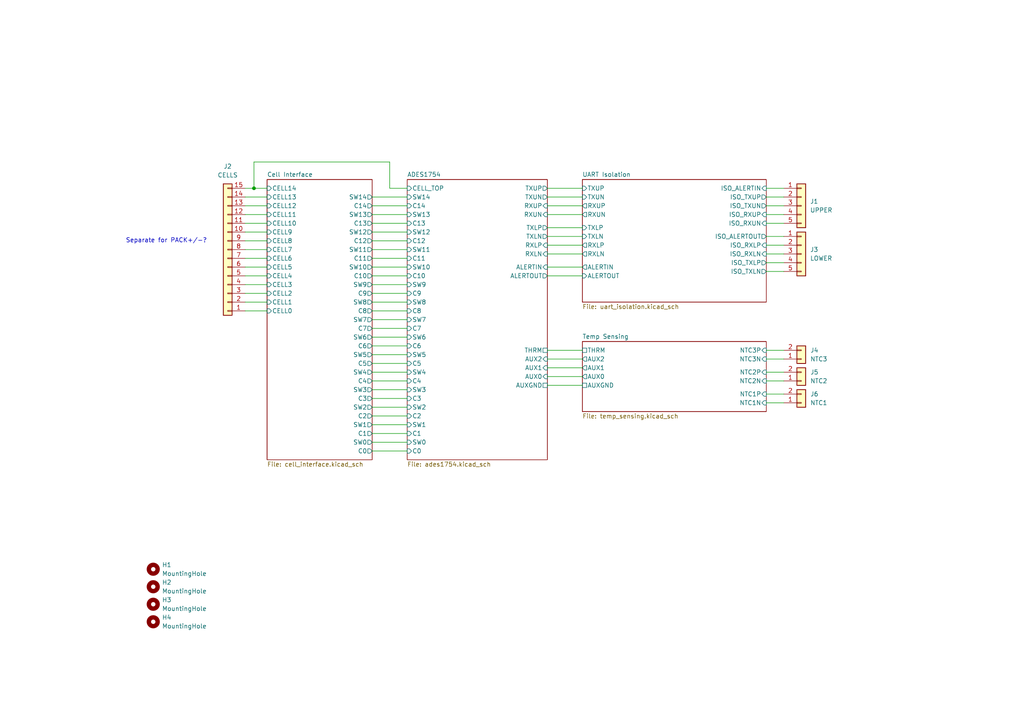
<source format=kicad_sch>
(kicad_sch (version 20231120) (generator "eeschema") (generator_version "8.0")
  (paper "A4")
  (lib_symbols
    (symbol "Connector_Generic:Conn_01x02" (pin_names (offset 1.016) hide)
      (property "Reference" "J" (at 0 2.54 0))
      (property "Value" "Conn_01x02" (at 0 -5.08 0))
      (symbol "Conn_01x02_1_1"
        (rectangle (start -1.27 -2.413) (end 0 -2.667) (stroke (width 0.1524)))
        (rectangle (start -1.27 0.127) (end 0 -0.127) (stroke (width 0.1524)))
        (rectangle (start -1.27 1.27) (end 1.27 -3.81) (stroke (width 0.254)) (fill (type background)))
        (pin passive line (at -5.08 0 0) (length 3.81) (name "Pin_1") (number "1"))
        (pin passive line (at -5.08 -2.54 0) (length 3.81) (name "Pin_2") (number "2"))
      )
    )
    (symbol "Connector_Generic:Conn_01x05" (pin_names (offset 1.016) hide)
      (property "Reference" "J" (at 0 7.62 0))
      (property "Value" "Conn_01x05" (at 0 -7.62 0))
      (symbol "Conn_01x05_1_1"
        (rectangle (start -1.27 -4.953) (end 0 -5.207) (stroke (width 0.1524)))
        (rectangle (start -1.27 -2.413) (end 0 -2.667) (stroke (width 0.1524)))
        (rectangle (start -1.27 0.127) (end 0 -0.127) (stroke (width 0.1524)))
        (rectangle (start -1.27 2.667) (end 0 2.413) (stroke (width 0.1524)))
        (rectangle (start -1.27 5.207) (end 0 4.953) (stroke (width 0.1524)))
        (rectangle (start -1.27 6.35) (end 1.27 -6.35) (stroke (width 0.254)) (fill (type background)))
        (pin passive line (at -5.08 5.08 0) (length 3.81) (name "Pin_1") (number "1"))
        (pin passive line (at -5.08 2.54 0) (length 3.81) (name "Pin_2") (number "2"))
        (pin passive line (at -5.08 0 0) (length 3.81) (name "Pin_3") (number "3"))
        (pin passive line (at -5.08 -2.54 0) (length 3.81) (name "Pin_4") (number "4"))
        (pin passive line (at -5.08 -5.08 0) (length 3.81) (name "Pin_5") (number "5"))
      )
    )
    (symbol "Connector_Generic:Conn_01x15" (pin_names (offset 1.016) hide)
      (property "Reference" "J" (at 0 20.32 0))
      (property "Value" "Conn_01x15" (at 0 -20.32 0))
      (symbol "Conn_01x15_1_1"
        (rectangle (start -1.27 -17.653) (end 0 -17.907) (stroke (width 0.1524)))
        (rectangle (start -1.27 -15.113) (end 0 -15.367) (stroke (width 0.1524)))
        (rectangle (start -1.27 -12.573) (end 0 -12.827) (stroke (width 0.1524)))
        (rectangle (start -1.27 -10.033) (end 0 -10.287) (stroke (width 0.1524)))
        (rectangle (start -1.27 -7.493) (end 0 -7.747) (stroke (width 0.1524)))
        (rectangle (start -1.27 -4.953) (end 0 -5.207) (stroke (width 0.1524)))
        (rectangle (start -1.27 -2.413) (end 0 -2.667) (stroke (width 0.1524)))
        (rectangle (start -1.27 0.127) (end 0 -0.127) (stroke (width 0.1524)))
        (rectangle (start -1.27 2.667) (end 0 2.413) (stroke (width 0.1524)))
        (rectangle (start -1.27 5.207) (end 0 4.953) (stroke (width 0.1524)))
        (rectangle (start -1.27 7.747) (end 0 7.493) (stroke (width 0.1524)))
        (rectangle (start -1.27 10.287) (end 0 10.033) (stroke (width 0.1524)))
        (rectangle (start -1.27 12.827) (end 0 12.573) (stroke (width 0.1524)))
        (rectangle (start -1.27 15.367) (end 0 15.113) (stroke (width 0.1524)))
        (rectangle (start -1.27 17.907) (end 0 17.653) (stroke (width 0.1524)))
        (rectangle (start -1.27 19.05) (end 1.27 -19.05) (stroke (width 0.254)) (fill (type background)))
        (pin passive line (at -5.08 17.78 0) (length 3.81) (name "Pin_1") (number "1"))
        (pin passive line (at -5.08 -5.08 0) (length 3.81) (name "Pin_10") (number "10"))
        (pin passive line (at -5.08 -7.62 0) (length 3.81) (name "Pin_11") (number "11"))
        (pin passive line (at -5.08 -10.16 0) (length 3.81) (name "Pin_12") (number "12"))
        (pin passive line (at -5.08 -12.7 0) (length 3.81) (name "Pin_13") (number "13"))
        (pin passive line (at -5.08 -15.24 0) (length 3.81) (name "Pin_14") (number "14"))
        (pin passive line (at -5.08 -17.78 0) (length 3.81) (name "Pin_15") (number "15"))
        (pin passive line (at -5.08 15.24 0) (length 3.81) (name "Pin_2") (number "2"))
        (pin passive line (at -5.08 12.7 0) (length 3.81) (name "Pin_3") (number "3"))
        (pin passive line (at -5.08 10.16 0) (length 3.81) (name "Pin_4") (number "4"))
        (pin passive line (at -5.08 7.62 0) (length 3.81) (name "Pin_5") (number "5"))
        (pin passive line (at -5.08 5.08 0) (length 3.81) (name "Pin_6") (number "6"))
        (pin passive line (at -5.08 2.54 0) (length 3.81) (name "Pin_7") (number "7"))
        (pin passive line (at -5.08 0 0) (length 3.81) (name "Pin_8") (number "8"))
        (pin passive line (at -5.08 -2.54 0) (length 3.81) (name "Pin_9") (number "9"))
      )
    )
    (symbol "Mechanical:MountingHole" (pin_names (offset 1.016)) (exclude_from_sim yes) (in_bom no)
      (property "Reference" "H" (at 0 5.08 0))
      (property "Value" "MountingHole" (at 0 3.175 0))
      (symbol "MountingHole_0_1"
        (circle (center 0 0) (radius 1.27) (stroke (width 1.27)))
      )
    )
  )
  (junction (at 73.66 54.61))
  (wire (pts (xy 158.75 111.76) (xy 168.91 111.76)))
  (wire (pts (xy 107.95 97.79) (xy 118.11 97.79)))
  (wire (pts (xy 107.95 110.49) (xy 118.11 110.49)))
  (wire (pts (xy 158.75 109.22) (xy 168.91 109.22)))
  (wire (pts (xy 107.95 125.73) (xy 118.11 125.73)))
  (wire (pts (xy 71.12 85.09) (xy 77.47 85.09)))
  (wire (pts (xy 158.75 71.12) (xy 168.91 71.12)))
  (wire (pts (xy 107.95 69.85) (xy 118.11 69.85)))
  (wire (pts (xy 71.12 57.15) (xy 77.47 57.15)))
  (wire (pts (xy 107.95 59.69) (xy 118.11 59.69)))
  (wire (pts (xy 158.75 106.68) (xy 168.91 106.68)))
  (wire (pts (xy 107.95 100.33) (xy 118.11 100.33)))
  (wire (pts (xy 113.03 46.99) (xy 73.66 46.99)))
  (wire (pts (xy 107.95 90.17) (xy 118.11 90.17)))
  (wire (pts (xy 71.12 59.69) (xy 77.47 59.69)))
  (wire (pts (xy 107.95 102.87) (xy 118.11 102.87)))
  (wire (pts (xy 222.25 64.77) (xy 227.33 64.77)))
  (wire (pts (xy 71.12 77.47) (xy 77.47 77.47)))
  (wire (pts (xy 71.12 69.85) (xy 77.47 69.85)))
  (wire (pts (xy 158.75 101.6) (xy 168.91 101.6)))
  (wire (pts (xy 71.12 72.39) (xy 77.47 72.39)))
  (wire (pts (xy 107.95 107.95) (xy 118.11 107.95)))
  (wire (pts (xy 107.95 130.81) (xy 118.11 130.81)))
  (wire (pts (xy 107.95 120.65) (xy 118.11 120.65)))
  (wire (pts (xy 158.75 66.04) (xy 168.91 66.04)))
  (wire (pts (xy 71.12 67.31) (xy 77.47 67.31)))
  (wire (pts (xy 107.95 92.71) (xy 118.11 92.71)))
  (wire (pts (xy 107.95 95.25) (xy 118.11 95.25)))
  (wire (pts (xy 107.95 118.11) (xy 118.11 118.11)))
  (wire (pts (xy 222.25 107.95) (xy 227.33 107.95)))
  (wire (pts (xy 107.95 64.77) (xy 118.11 64.77)))
  (wire (pts (xy 107.95 87.63) (xy 118.11 87.63)))
  (wire (pts (xy 158.75 104.14) (xy 168.91 104.14)))
  (wire (pts (xy 222.25 62.23) (xy 227.33 62.23)))
  (wire (pts (xy 113.03 54.61) (xy 113.03 46.99)))
  (wire (pts (xy 71.12 80.01) (xy 77.47 80.01)))
  (wire (pts (xy 71.12 82.55) (xy 77.47 82.55)))
  (wire (pts (xy 71.12 90.17) (xy 77.47 90.17)))
  (wire (pts (xy 222.25 57.15) (xy 227.33 57.15)))
  (wire (pts (xy 71.12 62.23) (xy 77.47 62.23)))
  (wire (pts (xy 222.25 114.3) (xy 227.33 114.3)))
  (wire (pts (xy 107.95 57.15) (xy 118.11 57.15)))
  (wire (pts (xy 222.25 110.49) (xy 227.33 110.49)))
  (wire (pts (xy 71.12 87.63) (xy 77.47 87.63)))
  (wire (pts (xy 222.25 104.14) (xy 227.33 104.14)))
  (wire (pts (xy 222.25 116.84) (xy 227.33 116.84)))
  (wire (pts (xy 107.95 82.55) (xy 118.11 82.55)))
  (wire (pts (xy 107.95 123.19) (xy 118.11 123.19)))
  (wire (pts (xy 107.95 72.39) (xy 118.11 72.39)))
  (wire (pts (xy 158.75 68.58) (xy 168.91 68.58)))
  (wire (pts (xy 107.95 115.57) (xy 118.11 115.57)))
  (wire (pts (xy 107.95 105.41) (xy 118.11 105.41)))
  (wire (pts (xy 158.75 80.01) (xy 168.91 80.01)))
  (wire (pts (xy 107.95 74.93) (xy 118.11 74.93)))
  (wire (pts (xy 222.25 76.2) (xy 227.33 76.2)))
  (wire (pts (xy 222.25 54.61) (xy 227.33 54.61)))
  (wire (pts (xy 107.95 113.03) (xy 118.11 113.03)))
  (wire (pts (xy 118.11 54.61) (xy 113.03 54.61)))
  (wire (pts (xy 158.75 77.47) (xy 168.91 77.47)))
  (wire (pts (xy 107.95 62.23) (xy 118.11 62.23)))
  (wire (pts (xy 158.75 59.69) (xy 168.91 59.69)))
  (wire (pts (xy 158.75 54.61) (xy 168.91 54.61)))
  (wire (pts (xy 222.25 59.69) (xy 227.33 59.69)))
  (wire (pts (xy 158.75 62.23) (xy 168.91 62.23)))
  (wire (pts (xy 222.25 73.66) (xy 227.33 73.66)))
  (wire (pts (xy 158.75 57.15) (xy 168.91 57.15)))
  (wire (pts (xy 222.25 101.6) (xy 227.33 101.6)))
  (wire (pts (xy 71.12 74.93) (xy 77.47 74.93)))
  (wire (pts (xy 107.95 80.01) (xy 118.11 80.01)))
  (wire (pts (xy 158.75 73.66) (xy 168.91 73.66)))
  (wire (pts (xy 222.25 68.58) (xy 227.33 68.58)))
  (wire (pts (xy 107.95 128.27) (xy 118.11 128.27)))
  (wire (pts (xy 222.25 78.74) (xy 227.33 78.74)))
  (wire (pts (xy 222.25 71.12) (xy 227.33 71.12)))
  (wire (pts (xy 71.12 54.61) (xy 73.66 54.61)))
  (wire (pts (xy 71.12 64.77) (xy 77.47 64.77)))
  (wire (pts (xy 107.95 67.31) (xy 118.11 67.31)))
  (wire (pts (xy 73.66 46.99) (xy 73.66 54.61)))
  (wire (pts (xy 107.95 85.09) (xy 118.11 85.09)))
  (wire (pts (xy 107.95 77.47) (xy 118.11 77.47)))
  (wire (pts (xy 73.66 54.61) (xy 77.47 54.61)))
  (text "Separate for PACK+/-?" (at 48.26 69.85 0) (effects (font (size 1.27 1.27))))
  (symbol (lib_id "Connector_Generic:Conn_01x05") (at 232.41 59.69 0) (unit 1)
    (property "Reference" "J1" (at 234.95 58.4199 0) (effects (justify left)))
    (property "Value" "UPPER" (at 234.95 60.9599 0) (effects (justify left)))
    (property "Footprint" "Connector_PinHeader_2.54mm:PinHeader_1x05_P2.54mm_Vertical" (effects (hide yes)))
    (property "Description" "Generic connector, single row, 01x05, script generated (kicad-library-utils/schlib/autogen/connector/)" (effects (hide yes)))
  )
  (symbol (lib_id "Connector_Generic:Conn_01x02") (at 232.41 110.49 0) (mirror x) (unit 1)
    (property "Reference" "J5" (at 236.22 107.95 0))
    (property "Value" "NTC2" (at 237.49 110.49 0))
    (property "Footprint" "Connector_PinHeader_2.54mm:PinHeader_1x02_P2.54mm_Vertical" (effects (hide yes)))
    (property "Description" "Generic connector, single row, 01x02, script generated (kicad-library-utils/schlib/autogen/connector/)" (effects (hide yes)))
  )
  (symbol (lib_id "Mechanical:MountingHole") (at 44.45 180.34 0) (unit 1) (exclude_from_sim yes) (in_bom no)
    (property "Reference" "H4" (at 46.99 179.0699 0) (effects (justify left)))
    (property "Value" "MountingHole" (at 46.99 181.6099 0) (effects (justify left)))
    (property "Footprint" "MountingHole:MountingHole_4.3mm_M4" (effects (hide yes)))
    (property "Description" "Mounting Hole without connection" (effects (hide yes)))
  )
  (symbol (lib_id "Mechanical:MountingHole") (at 44.45 175.26 0) (unit 1) (exclude_from_sim yes) (in_bom no)
    (property "Reference" "H3" (at 46.99 173.9899 0) (effects (justify left)))
    (property "Value" "MountingHole" (at 46.99 176.5299 0) (effects (justify left)))
    (property "Footprint" "MountingHole:MountingHole_4.3mm_M4" (effects (hide yes)))
    (property "Description" "Mounting Hole without connection" (effects (hide yes)))
  )
  (symbol (lib_id "Connector_Generic:Conn_01x15") (at 66.04 72.39 180) (unit 1)
    (property "Reference" "J2" (at 66.04 48.26 0))
    (property "Value" "CELLS" (at 66.04 50.8 0))
    (property "Footprint" "Connector_PinHeader_2.54mm:PinHeader_1x15_P2.54mm_Vertical" (effects (hide yes)))
    (property "Description" "Generic connector, single row, 01x15, script generated (kicad-library-utils/schlib/autogen/connector/)" (effects (hide yes)))
  )
  (symbol (lib_id "Connector_Generic:Conn_01x02") (at 232.41 104.14 0) (mirror x) (unit 1)
    (property "Reference" "J4" (at 236.22 101.6 0))
    (property "Value" "NTC3" (at 237.49 104.14 0))
    (property "Footprint" "Connector_PinHeader_2.54mm:PinHeader_1x02_P2.54mm_Vertical" (effects (hide yes)))
    (property "Description" "Generic connector, single row, 01x02, script generated (kicad-library-utils/schlib/autogen/connector/)" (effects (hide yes)))
  )
  (symbol (lib_id "Mechanical:MountingHole") (at 44.45 170.18 0) (unit 1) (exclude_from_sim yes) (in_bom no)
    (property "Reference" "H2" (at 46.99 168.9099 0) (effects (justify left)))
    (property "Value" "MountingHole" (at 46.99 171.4499 0) (effects (justify left)))
    (property "Footprint" "MountingHole:MountingHole_4.3mm_M4" (effects (hide yes)))
    (property "Description" "Mounting Hole without connection" (effects (hide yes)))
  )
  (symbol (lib_id "Mechanical:MountingHole") (at 44.45 165.1 0) (unit 1) (exclude_from_sim yes) (in_bom no)
    (property "Reference" "H1" (at 46.99 163.8299 0) (effects (justify left)))
    (property "Value" "MountingHole" (at 46.99 166.3699 0) (effects (justify left)))
    (property "Footprint" "MountingHole:MountingHole_4.3mm_M4" (effects (hide yes)))
    (property "Description" "Mounting Hole without connection" (effects (hide yes)))
  )
  (symbol (lib_id "Connector_Generic:Conn_01x05") (at 232.41 73.66 0) (unit 1)
    (property "Reference" "J3" (at 234.95 72.3899 0) (effects (justify left)))
    (property "Value" "LOWER" (at 234.95 74.9299 0) (effects (justify left)))
    (property "Footprint" "Connector_PinHeader_2.54mm:PinHeader_1x05_P2.54mm_Vertical" (effects (hide yes)))
    (property "Description" "Generic connector, single row, 01x05, script generated (kicad-library-utils/schlib/autogen/connector/)" (effects (hide yes)))
  )
  (symbol (lib_id "Connector_Generic:Conn_01x02") (at 232.41 116.84 0) (mirror x) (unit 1)
    (property "Reference" "J6" (at 236.22 114.3 0))
    (property "Value" "NTC1" (at 237.49 116.84 0))
    (property "Footprint" "Connector_PinHeader_2.54mm:PinHeader_1x02_P2.54mm_Vertical" (effects (hide yes)))
    (property "Description" "Generic connector, single row, 01x02, script generated (kicad-library-utils/schlib/autogen/connector/)" (effects (hide yes)))
  )
  (sheet (at 168.91 99.06) (size 53.34 20.32) (stroke (width 0.1524))
    (property "Sheetname" "Temp Sensing" (at 168.91 98.3484 0) (effects (justify left bottom)))
    (property "Sheetfile" "temp_sensing.kicad_sch" (at 168.91 119.9646 0) (effects (justify left top)))
    (pin "THRM" passive (at 168.91 101.6 180))
    (pin "AUXGND" passive (at 168.91 111.76 180))
    (pin "AUX0" output (at 168.91 109.22 180))
    (pin "AUX1" output (at 168.91 106.68 180))
    (pin "AUX2" output (at 168.91 104.14 180))
    (pin "NTC1P" input (at 222.25 114.3 0))
    (pin "NTC1N" input (at 222.25 116.84 0))
    (pin "NTC2P" input (at 222.25 107.95 0))
    (pin "NTC2N" input (at 222.25 110.49 0))
    (pin "NTC3P" input (at 222.25 101.6 0))
    (pin "NTC3N" input (at 222.25 104.14 0))
  )
  (sheet (at 168.91 52.07) (size 53.34 35.56) (stroke (width 0.1524))
    (property "Sheetname" "UART Isolation" (at 168.91 51.3584 0) (effects (justify left bottom)))
    (property "Sheetfile" "uart_isolation.kicad_sch" (at 168.91 88.2146 0) (effects (justify left top)))
    (pin "TXLP" input (at 168.91 66.04 180))
    (pin "TXLN" input (at 168.91 68.58 180))
    (pin "RXUN" output (at 168.91 62.23 180))
    (pin "RXLN" output (at 168.91 73.66 180))
    (pin "RXLP" output (at 168.91 71.12 180))
    (pin "TXUN" input (at 168.91 57.15 180))
    (pin "RXUP" output (at 168.91 59.69 180))
    (pin "TXUP" input (at 168.91 54.61 180))
    (pin "ISO_TXUP" output (at 222.25 57.15 0))
    (pin "ISO_TXUN" output (at 222.25 59.69 0))
    (pin "ISO_TXLP" output (at 222.25 76.2 0))
    (pin "ISO_TXLN" output (at 222.25 78.74 0))
    (pin "ISO_RXUP" input (at 222.25 62.23 0))
    (pin "ISO_RXUN" input (at 222.25 64.77 0))
    (pin "ISO_RXLP" input (at 222.25 71.12 0))
    (pin "ISO_RXLN" input (at 222.25 73.66 0))
    (pin "ALERTIN" output (at 168.91 77.47 180))
    (pin "ALERTOUT" input (at 168.91 80.01 180))
    (pin "ISO_ALERTIN" input (at 222.25 54.61 0))
    (pin "ISO_ALERTOUT" output (at 222.25 68.58 0))
  )
  (sheet (at 77.47 52.07) (size 30.48 81.28) (stroke (width 0.1524))
    (property "Sheetname" "Cell Interface" (at 77.47 51.3584 0) (effects (justify left bottom)))
    (property "Sheetfile" "cell_interface.kicad_sch" (at 77.47 133.9346 0) (effects (justify left top)))
    (pin "C0" output (at 107.95 130.81 0))
    (pin "C1" output (at 107.95 125.73 0))
    (pin "SW1" output (at 107.95 123.19 0))
    (pin "C2" output (at 107.95 120.65 0))
    (pin "SW0" output (at 107.95 128.27 0))
    (pin "SW2" output (at 107.95 118.11 0))
    (pin "C3" output (at 107.95 115.57 0))
    (pin "SW3" output (at 107.95 113.03 0))
    (pin "C4" output (at 107.95 110.49 0))
    (pin "SW4" output (at 107.95 107.95 0))
    (pin "C5" output (at 107.95 105.41 0))
    (pin "SW5" output (at 107.95 102.87 0))
    (pin "C6" output (at 107.95 100.33 0))
    (pin "SW6" output (at 107.95 97.79 0))
    (pin "C7" output (at 107.95 95.25 0))
    (pin "SW7" output (at 107.95 92.71 0))
    (pin "C8" output (at 107.95 90.17 0))
    (pin "SW8" output (at 107.95 87.63 0))
    (pin "C9" output (at 107.95 85.09 0))
    (pin "SW9" output (at 107.95 82.55 0))
    (pin "C10" output (at 107.95 80.01 0))
    (pin "SW10" output (at 107.95 77.47 0))
    (pin "C11" output (at 107.95 74.93 0))
    (pin "SW11" output (at 107.95 72.39 0))
    (pin "C12" output (at 107.95 69.85 0))
    (pin "CELL10" input (at 77.47 64.77 180))
    (pin "CELL14" input (at 77.47 54.61 180))
    (pin "CELL12" input (at 77.47 59.69 180))
    (pin "CELL11" input (at 77.47 62.23 180))
    (pin "CELL13" input (at 77.47 57.15 180))
    (pin "CELL2" input (at 77.47 85.09 180))
    (pin "CELL0" input (at 77.47 90.17 180))
    (pin "CELL4" input (at 77.47 80.01 180))
    (pin "CELL3" input (at 77.47 82.55 180))
    (pin "CELL1" input (at 77.47 87.63 180))
    (pin "CELL7" input (at 77.47 72.39 180))
    (pin "CELL8" input (at 77.47 69.85 180))
    (pin "CELL5" input (at 77.47 77.47 180))
    (pin "CELL6" input (at 77.47 74.93 180))
    (pin "CELL9" input (at 77.47 67.31 180))
    (pin "SW12" output (at 107.95 67.31 0))
    (pin "C13" output (at 107.95 64.77 0))
    (pin "SW13" output (at 107.95 62.23 0))
    (pin "C14" output (at 107.95 59.69 0))
    (pin "SW14" output (at 107.95 57.15 0))
  )
  (sheet (at 118.11 52.07) (size 40.64 81.28) (stroke (width 0.1524))
    (property "Sheetname" "ADES1754" (at 118.11 51.3584 0) (effects (justify left bottom)))
    (property "Sheetfile" "ades1754.kicad_sch" (at 118.11 133.9346 0) (effects (justify left top)))
    (pin "C0" input (at 118.11 130.81 180))
    (pin "C2" input (at 118.11 120.65 180))
    (pin "C3" input (at 118.11 115.57 180))
    (pin "C8" input (at 118.11 90.17 180))
    (pin "C9" input (at 118.11 85.09 180))
    (pin "SW0" input (at 118.11 128.27 180))
    (pin "C1" input (at 118.11 125.73 180))
    (pin "SW1" input (at 118.11 123.19 180))
    (pin "SW2" input (at 118.11 118.11 180))
    (pin "SW3" input (at 118.11 113.03 180))
    (pin "SW4" input (at 118.11 107.95 180))
    (pin "SW5" input (at 118.11 102.87 180))
    (pin "SW6" input (at 118.11 97.79 180))
    (pin "SW7" input (at 118.11 92.71 180))
    (pin "C4" input (at 118.11 110.49 180))
    (pin "C5" input (at 118.11 105.41 180))
    (pin "C6" input (at 118.11 100.33 180))
    (pin "C7" input (at 118.11 95.25 180))
    (pin "SW8" input (at 118.11 87.63 180))
    (pin "SW9" input (at 118.11 82.55 180))
    (pin "C10" input (at 118.11 80.01 180))
    (pin "SW10" input (at 118.11 77.47 180))
    (pin "C11" input (at 118.11 74.93 180))
    (pin "SW11" input (at 118.11 72.39 180))
    (pin "C12" input (at 118.11 69.85 180))
    (pin "SW12" input (at 118.11 67.31 180))
    (pin "C13" input (at 118.11 64.77 180))
    (pin "SW13" input (at 118.11 62.23 180))
    (pin "C14" input (at 118.11 59.69 180))
    (pin "SW14" input (at 118.11 57.15 180))
    (pin "TXUP" output (at 158.75 54.61 0))
    (pin "TXUN" output (at 158.75 57.15 0))
    (pin "RXUP" input (at 158.75 59.69 0))
    (pin "RXUN" input (at 158.75 62.23 0))
    (pin "RXLP" input (at 158.75 71.12 0))
    (pin "TXLP" output (at 158.75 66.04 0))
    (pin "TXLN" output (at 158.75 68.58 0))
    (pin "RXLN" input (at 158.75 73.66 0))
    (pin "AUXGND" passive (at 158.75 111.76 0))
    (pin "THRM" passive (at 158.75 101.6 0))
    (pin "AUX0" input (at 158.75 109.22 0))
    (pin "AUX1" input (at 158.75 106.68 0))
    (pin "AUX2" input (at 158.75 104.14 0))
    (pin "ALERTIN" input (at 158.75 77.47 0))
    (pin "ALERTOUT" output (at 158.75 80.01 0))
    (pin "CELL_TOP" input (at 118.11 54.61 180))
  )
)
</source>
